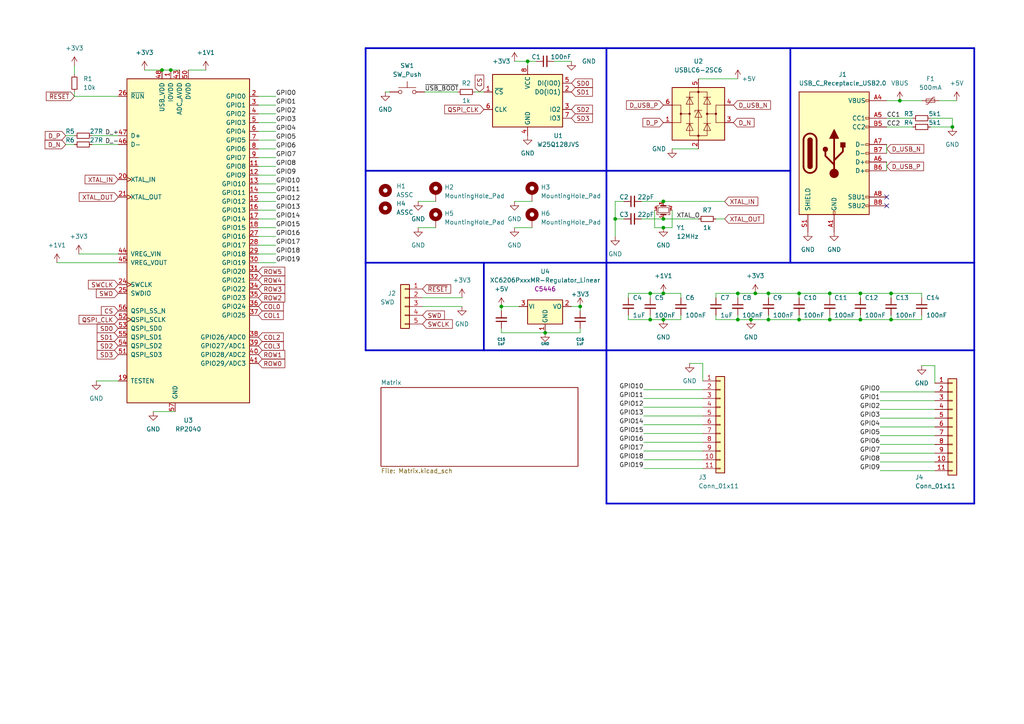
<source format=kicad_sch>
(kicad_sch (version 20210621) (generator eeschema)
  (paper "A4")
  (lib_symbols
    (symbol "Connector:USB_C_Receptacle_USB2.0" (pin_names (offset 1.016))
      (property "Reference" "J" (at -10.16 19.05 0))
      (property "Value" "USB_C_Receptacle_USB2.0" (at 19.05 19.05 0))
      (symbol "USB_C_Receptacle_USB2.0_1_1"
        (pin passive line (at 0 -22.86 90) (length 5.08) (name "GND") (number "A1"))
        (pin passive line (at 0 -22.86 90) (length 5.08) hide (name "GND") (number "A12"))
        (pin passive line (at 15.24 15.24 180) (length 5.08) (name "VBUS") (number "A4"))
        (pin bidirectional line (at 15.24 10.16 180) (length 5.08) (name "CC1") (number "A5"))
        (pin bidirectional line (at 15.24 -2.54 180) (length 5.08) (name "D+") (number "A6"))
        (pin bidirectional line (at 15.24 2.54 180) (length 5.08) (name "D-") (number "A7"))
        (pin bidirectional line (at 15.24 -12.7 180) (length 5.08) (name "SBU1") (number "A8"))
        (pin passive line (at 15.24 15.24 180) (length 5.08) hide (name "VBUS") (number "A9"))
        (pin passive line (at 0 -22.86 90) (length 5.08) hide (name "GND") (number "B1"))
        (pin passive line (at 0 -22.86 90) (length 5.08) hide (name "GND") (number "B12"))
        (pin passive line (at 15.24 15.24 180) (length 5.08) hide (name "VBUS") (number "B4"))
        (pin bidirectional line (at 15.24 7.62 180) (length 5.08) (name "CC2") (number "B5"))
        (pin bidirectional line (at 15.24 -5.08 180) (length 5.08) (name "D+") (number "B6"))
        (pin bidirectional line (at 15.24 0 180) (length 5.08) (name "D-") (number "B7"))
        (pin bidirectional line (at 15.24 -15.24 180) (length 5.08) (name "SBU2") (number "B8"))
        (pin passive line (at 15.24 15.24 180) (length 5.08) hide (name "VBUS") (number "B9"))
        (pin passive line (at -7.62 -22.86 90) (length 5.08) (name "SHIELD") (number "S1"))
      )
    )
    (symbol "Connector_Generic:Conn_01x05" (pin_names (offset 1.016) hide)
      (property "Reference" "J" (at 0 7.62 0))
      (property "Value" "Conn_01x05" (at 0 -7.62 0))
      (symbol "Conn_01x05_1_1"
        (pin passive line (at -5.08 5.08 0) (length 3.81) (name "Pin_1") (number "1"))
        (pin passive line (at -5.08 2.54 0) (length 3.81) (name "Pin_2") (number "2"))
        (pin passive line (at -5.08 0 0) (length 3.81) (name "Pin_3") (number "3"))
        (pin passive line (at -5.08 -2.54 0) (length 3.81) (name "Pin_4") (number "4"))
        (pin passive line (at -5.08 -5.08 0) (length 3.81) (name "Pin_5") (number "5"))
      )
    )
    (symbol "Connector_Generic:Conn_01x11" (pin_names (offset 1.016) hide)
      (property "Reference" "J" (at 0 15.24 0))
      (property "Value" "Conn_01x11" (at 0 -15.24 0))
      (symbol "Conn_01x11_1_1"
        (pin passive line (at -5.08 12.7 0) (length 3.81) (name "Pin_1") (number "1"))
        (pin passive line (at -5.08 -10.16 0) (length 3.81) (name "Pin_10") (number "10"))
        (pin passive line (at -5.08 -12.7 0) (length 3.81) (name "Pin_11") (number "11"))
        (pin passive line (at -5.08 10.16 0) (length 3.81) (name "Pin_2") (number "2"))
        (pin passive line (at -5.08 7.62 0) (length 3.81) (name "Pin_3") (number "3"))
        (pin passive line (at -5.08 5.08 0) (length 3.81) (name "Pin_4") (number "4"))
        (pin passive line (at -5.08 2.54 0) (length 3.81) (name "Pin_5") (number "5"))
        (pin passive line (at -5.08 0 0) (length 3.81) (name "Pin_6") (number "6"))
        (pin passive line (at -5.08 -2.54 0) (length 3.81) (name "Pin_7") (number "7"))
        (pin passive line (at -5.08 -5.08 0) (length 3.81) (name "Pin_8") (number "8"))
        (pin passive line (at -5.08 -7.62 0) (length 3.81) (name "Pin_9") (number "9"))
      )
    )
    (symbol "Device:C_Small" (pin_numbers hide) (pin_names (offset 0.254) hide)
      (property "Reference" "C" (at 0.254 1.778 0))
      (property "Value" "C_Small" (at 0.254 -2.032 0))
      (symbol "C_Small_1_1"
        (pin passive line (at 0 2.54 270) (length 2.032) (name "~") (number "1"))
        (pin passive line (at 0 -2.54 90) (length 2.032) (name "~") (number "2"))
      )
    )
    (symbol "Device:Crystal_GND24_Small" (pin_names (offset 1.016) hide)
      (property "Reference" "Y" (at 1.27 4.445 0))
      (property "Value" "Crystal_GND24_Small" (at 1.27 2.54 0))
      (symbol "Crystal_GND24_Small_1_1"
        (pin passive line (at -2.54 0 0) (length 1.27) (name "1") (number "1"))
        (pin passive line (at 0 -2.54 90) (length 0.635) (name "2") (number "2"))
        (pin passive line (at 2.54 0 180) (length 1.27) (name "3") (number "3"))
        (pin passive line (at 0 2.54 270) (length 0.635) (name "4") (number "4"))
      )
    )
    (symbol "Device:Polyfuse_Small" (pin_numbers hide) (pin_names (offset 0))
      (property "Reference" "F" (at -1.905 0 90))
      (property "Value" "Polyfuse_Small" (at 1.905 0 90))
      (symbol "Polyfuse_Small_1_1"
        (pin passive line (at 0 2.54 270) (length 0.635) (name "~") (number "1"))
        (pin passive line (at 0 -2.54 90) (length 0.635) (name "~") (number "2"))
      )
    )
    (symbol "Device:R_Small" (pin_numbers hide) (pin_names (offset 0.254) hide)
      (property "Reference" "R" (at 0.762 0.508 0))
      (property "Value" "R_Small" (at 0.762 -1.016 0))
      (symbol "R_Small_1_1"
        (pin passive line (at 0 2.54 270) (length 0.762) (name "~") (number "1"))
        (pin passive line (at 0 -2.54 90) (length 0.762) (name "~") (number "2"))
      )
    )
    (symbol "Mechanical:MountingHole" (pin_names (offset 1.016))
      (property "Reference" "H" (at 0 5.08 0))
      (property "Value" "MountingHole" (at 0 3.175 0))
    )
    (symbol "Mechanical:MountingHole_Pad" (pin_numbers hide) (pin_names (offset 1.016) hide)
      (property "Reference" "H" (at 0 6.35 0))
      (property "Value" "MountingHole_Pad" (at 0 4.445 0))
      (symbol "MountingHole_Pad_1_1"
        (pin input line (at 0 -2.54 90) (length 2.54) (name "1") (number "1"))
      )
    )
    (symbol "Memory_Flash:W25Q128JVS"
      (property "Reference" "U" (at -8.89 8.89 0))
      (property "Value" "W25Q128JVS" (at 7.62 8.89 0))
      (symbol "W25Q128JVS_1_1"
        (pin input line (at -12.7 2.54 0) (length 2.54) (name "~{CS}") (number "1"))
        (pin bidirectional line (at 12.7 2.54 180) (length 2.54) (name "DO(IO1)") (number "2"))
        (pin bidirectional line (at 12.7 -2.54 180) (length 2.54) (name "IO2") (number "3"))
        (pin power_in line (at 0 -10.16 90) (length 2.54) (name "GND") (number "4"))
        (pin bidirectional line (at 12.7 5.08 180) (length 2.54) (name "DI(IO0)") (number "5"))
        (pin input line (at -12.7 -2.54 0) (length 2.54) (name "CLK") (number "6"))
        (pin bidirectional line (at 12.7 -5.08 180) (length 2.54) (name "IO3") (number "7"))
        (pin power_in line (at 0 10.16 270) (length 2.54) (name "VCC") (number "8"))
      )
    )
    (symbol "Power_Protection:USBLC6-2SC6" (pin_names hide)
      (property "Reference" "U" (at 2.54 8.89 0))
      (property "Value" "USBLC6-2SC6" (at 2.54 -8.89 0))
      (symbol "USBLC6-2SC6_1_1"
        (pin passive line (at -10.16 -2.54 0) (length 2.54) (name "I/O1") (number "1"))
        (pin passive line (at 0 -10.16 90) (length 2.54) (name "GND") (number "2"))
        (pin passive line (at 10.16 -2.54 180) (length 2.54) (name "I/O2") (number "3"))
        (pin passive line (at 10.16 2.54 180) (length 2.54) (name "I/O2") (number "4"))
        (pin passive line (at 0 10.16 270) (length 2.54) (name "VBUS") (number "5"))
        (pin passive line (at -10.16 2.54 0) (length 2.54) (name "I/O1") (number "6"))
      )
    )
    (symbol "Sleep-lib:RP2040" (pin_names (offset 1.016))
      (property "Reference" "U" (at 8.89 51.435 0))
      (property "Value" "RP2040" (at 8.89 48.895 0))
      (symbol "RP2040_1_1"
        (pin power_in line (at -5.08 50.8 270) (length 2.54) (name "IOVDD") (number "1"))
        (pin power_in line (at -5.08 50.8 270) (length 2.54) hide (name "IOVDD") (number "10"))
        (pin input line (at 20.32 22.86 180) (length 2.54) (name "GPIO8") (number "11"))
        (pin input line (at 20.32 20.32 180) (length 2.54) (name "GPIO9") (number "12"))
        (pin input line (at 20.32 17.78 180) (length 2.54) (name "GPIO10") (number "13"))
        (pin input line (at 20.32 15.24 180) (length 2.54) (name "GPIO11") (number "14"))
        (pin input line (at 20.32 12.7 180) (length 2.54) (name "GPIO12") (number "15"))
        (pin input line (at 20.32 10.16 180) (length 2.54) (name "GPIO13") (number "16"))
        (pin input line (at 20.32 7.62 180) (length 2.54) (name "GPIO14") (number "17"))
        (pin input line (at 20.32 5.08 180) (length 2.54) (name "GPIO15") (number "18"))
        (pin input line (at -20.32 -39.37 0) (length 2.54) (name "TESTEN") (number "19"))
        (pin input line (at 20.32 43.18 180) (length 2.54) (name "GPIO0") (number "2"))
        (pin input clock (at -20.32 19.05 0) (length 2.54) (name "XTAL_IN") (number "20"))
        (pin input clock (at -20.32 13.97 0) (length 2.54) (name "XTAL_OUT") (number "21"))
        (pin power_in line (at -5.08 50.8 270) (length 2.54) hide (name "IOVDD") (number "22"))
        (pin power_in line (at 0 50.8 270) (length 2.54) hide (name "DVDD") (number "23"))
        (pin input clock (at -20.32 -11.43 0) (length 2.54) (name "SWCLK") (number "24"))
        (pin bidirectional line (at -20.32 -13.97 0) (length 2.54) (name "SWDIO") (number "25"))
        (pin input line (at -20.32 43.18 0) (length 2.54) (name "~{RUN}") (number "26"))
        (pin input line (at 20.32 2.54 180) (length 2.54) (name "GPIO16") (number "27"))
        (pin input line (at 20.32 0 180) (length 2.54) (name "GPIO17") (number "28"))
        (pin input line (at 20.32 -2.54 180) (length 2.54) (name "GPIO18") (number "29"))
        (pin input line (at 20.32 40.64 180) (length 2.54) (name "GPIO1") (number "3"))
        (pin input line (at 20.32 -5.08 180) (length 2.54) (name "GPIO19") (number "30"))
        (pin input line (at 20.32 -7.62 180) (length 2.54) (name "GPIO20") (number "31"))
        (pin input line (at 20.32 -10.16 180) (length 2.54) (name "GPIO21") (number "32"))
        (pin power_in line (at -5.08 50.8 270) (length 2.54) hide (name "IOVDD") (number "33"))
        (pin input line (at 20.32 -12.7 180) (length 2.54) (name "GPIO22") (number "34"))
        (pin input line (at 20.32 -15.24 180) (length 2.54) (name "GPIO23") (number "35"))
        (pin input line (at 20.32 -17.78 180) (length 2.54) (name "GPIO24") (number "36"))
        (pin input line (at 20.32 -20.32 180) (length 2.54) (name "GPIO25") (number "37"))
        (pin input line (at 20.32 -26.67 180) (length 2.54) (name "GPIO26/ADC0") (number "38"))
        (pin input line (at 20.32 -29.21 180) (length 2.54) (name "GPIO27/ADC1") (number "39"))
        (pin input line (at 20.32 38.1 180) (length 2.54) (name "GPIO2") (number "4"))
        (pin input line (at 20.32 -31.75 180) (length 2.54) (name "GPIO28/ADC2") (number "40"))
        (pin input line (at 20.32 -34.29 180) (length 2.54) (name "GPIO29/ADC3") (number "41"))
        (pin power_in line (at -5.08 50.8 270) (length 2.54) hide (name "IOVDD") (number "42"))
        (pin power_in line (at -2.54 50.8 270) (length 2.54) (name "ADC_AVDD") (number "43"))
        (pin power_in line (at -20.32 -2.54 0) (length 2.54) (name "VREG_VIN") (number "44"))
        (pin power_out line (at -20.32 -5.08 0) (length 2.54) (name "VREG_VOUT") (number "45"))
        (pin bidirectional line (at -20.32 29.21 0) (length 2.54) (name "D-") (number "46"))
        (pin bidirectional line (at -20.32 31.75 0) (length 2.54) (name "D+") (number "47"))
        (pin power_in line (at -7.62 50.8 270) (length 2.54) (name "USB_VDD") (number "48"))
        (pin power_in line (at -5.08 50.8 270) (length 2.54) hide (name "IOVDD") (number "49"))
        (pin input line (at 20.32 35.56 180) (length 2.54) (name "GPIO3") (number "5"))
        (pin power_in line (at 0 50.8 270) (length 2.54) (name "DVDD") (number "50"))
        (pin bidirectional line (at -20.32 -31.75 0) (length 2.54) (name "QSPI_SD3") (number "51"))
        (pin input clock (at -20.32 -21.59 0) (length 2.54) (name "QSPI_SCLK") (number "52"))
        (pin bidirectional line (at -20.32 -24.13 0) (length 2.54) (name "QSPI_SD0") (number "53"))
        (pin bidirectional line (at -20.32 -29.21 0) (length 2.54) (name "QSPI_SD2") (number "54"))
        (pin bidirectional line (at -20.32 -26.67 0) (length 2.54) (name "QSPI_SD1") (number "55"))
        (pin bidirectional line (at -20.32 -19.05 0) (length 2.54) (name "QSPI_SS_N") (number "56"))
        (pin power_in line (at -3.81 -48.26 90) (length 2.54) (name "GND") (number "57"))
        (pin input line (at 20.32 33.02 180) (length 2.54) (name "GPIO4") (number "6"))
        (pin input line (at 20.32 30.48 180) (length 2.54) (name "GPIO5") (number "7"))
        (pin input line (at 20.32 27.94 180) (length 2.54) (name "GPIO6") (number "8"))
        (pin input line (at 20.32 25.4 180) (length 2.54) (name "GPIO7") (number "9"))
      )
    )
    (symbol "Switch:SW_Push" (pin_numbers hide) (pin_names (offset 1.016) hide)
      (property "Reference" "SW" (at 1.27 2.54 0))
      (property "Value" "SW_Push" (at 0 -1.524 0))
      (symbol "SW_Push_0_1"
        (pin passive line (at -5.08 0 0) (length 2.54) (name "1") (number "1"))
        (pin passive line (at 5.08 0 180) (length 2.54) (name "2") (number "2"))
      )
    )
    (symbol "kicad-keyboard-parts:XC6206PxxxMR-Regulator_Linear" (pin_names (offset 0.254))
      (property "Reference" "U" (at -3.81 3.175 0))
      (property "Value" "XC6206PxxxMR-Regulator_Linear" (at 0 3.175 0))
      (property "LCSC" "C5446" (at 0 0 0))
      (symbol "XC6206PxxxMR-Regulator_Linear_1_1"
        (pin power_in line (at 0 -7.62 90) (length 2.54) (name "GND") (number "1"))
        (pin power_out line (at 7.62 0 180) (length 2.54) (name "VO") (number "2"))
        (pin power_in line (at -7.62 0 0) (length 2.54) (name "VI") (number "3"))
      )
    )
    (symbol "power:+1V1" (power) (pin_names (offset 0))
      (property "Value" "+1V1" (at 0 3.556 0))
      (symbol "+1V1_1_1"
        (pin power_in line (at 0 0 90) (length 0) hide (name "+1V1") (number "1"))
      )
    )
    (symbol "power:+3.3V" (power) (pin_names (offset 0))
      (property "Value" "+3.3V" (at 0 3.556 0))
      (symbol "+3.3V_1_1"
        (pin power_in line (at 0 0 90) (length 0) hide (name "+3V3") (number "1"))
      )
    )
    (symbol "power:+3V3" (power) (pin_names (offset 0))
      (property "Value" "+3V3" (at 0 3.556 0))
      (symbol "+3V3_1_1"
        (pin power_in line (at 0 0 90) (length 0) hide (name "+3V3") (number "1"))
      )
    )
    (symbol "power:+5V" (power) (pin_names (offset 0))
      (property "Value" "+5V" (at 0 3.556 0))
      (symbol "+5V_1_1"
        (pin power_in line (at 0 0 90) (length 0) hide (name "+5V") (number "1"))
      )
    )
    (symbol "power:GND" (power) (pin_names (offset 0))
      (property "Value" "GND" (at 0 -3.81 0))
      (symbol "GND_1_1"
        (pin power_in line (at 0 0 270) (length 0) hide (name "GND") (number "1"))
      )
    )
    (symbol "power:VBUS" (power) (pin_names (offset 0))
      (property "Value" "VBUS" (at 0 3.81 0))
      (symbol "VBUS_1_1"
        (pin power_in line (at 0 0 90) (length 0) hide (name "VBUS") (number "1"))
      )
    )
  )
  (junction (at 249.555 85.09))
  (junction (at 145.415 88.9) (diameter 0.9144))
  (junction (at 213.995 92.71))
  (junction (at 213.995 85.09))
  (junction (at 192.405 63.5))
  (junction (at 192.405 58.42))
  (junction (at 231.775 85.09))
  (junction (at 192.405 92.71))
  (junction (at 276.225 36.83))
  (junction (at 260.985 29.21))
  (junction (at 158.115 96.52) (diameter 0.9144))
  (junction (at 153.035 17.78))
  (junction (at 192.405 85.09))
  (junction (at 188.595 92.71))
  (junction (at 258.445 85.09))
  (junction (at 231.775 92.71))
  (junction (at 192.405 66.04))
  (junction (at 217.805 92.71))
  (junction (at 178.435 63.5))
  (junction (at 240.665 92.71))
  (junction (at 240.665 85.09))
  (junction (at 188.595 85.09))
  (junction (at 49.53 20.32))
  (junction (at 249.555 92.71))
  (junction (at 222.885 85.09))
  (junction (at 168.275 88.9) (diameter 0.9144))
  (junction (at 258.445 92.71))
  (junction (at 222.885 92.71))
  (junction (at 219.075 85.09))
  (junction (at 46.99 20.32))
  (no_connect (at 257.175 59.69))
  (no_connect (at 257.175 57.15))
  (wire (pts (xy 231.775 85.09) (xy 231.775 86.36)))
  (wire (pts (xy 222.885 85.09) (xy 231.775 85.09)))
  (wire (pts (xy 19.05 41.91) (xy 21.59 41.91)))
  (polyline (pts (xy 175.895 13.97) (xy 229.235 13.97)) (stroke (width 0.5) (type solid)))
  (wire (pts (xy 255.27 118.745) (xy 271.145 118.745)))
  (wire (pts (xy 74.93 76.2) (xy 80.01 76.2)))
  (wire (pts (xy 186.055 63.5) (xy 192.405 63.5)))
  (wire (pts (xy 192.405 63.5) (xy 202.565 63.5)))
  (wire (pts (xy 207.645 63.5) (xy 210.185 63.5)))
  (wire (pts (xy 207.645 91.44) (xy 207.645 92.71)))
  (wire (pts (xy 231.775 85.09) (xy 240.665 85.09)))
  (wire (pts (xy 258.445 85.09) (xy 258.445 86.36)))
  (wire (pts (xy 249.555 85.09) (xy 258.445 85.09)))
  (wire (pts (xy 240.665 85.09) (xy 249.555 85.09)))
  (wire (pts (xy 74.93 45.72) (xy 80.01 45.72)))
  (wire (pts (xy 178.435 63.5) (xy 178.435 68.58)))
  (wire (pts (xy 255.27 136.525) (xy 271.145 136.525)))
  (wire (pts (xy 255.27 123.825) (xy 271.145 123.825)))
  (wire (pts (xy 272.415 29.21) (xy 277.495 29.21)))
  (wire (pts (xy 186.69 115.57) (xy 203.835 115.57)))
  (wire (pts (xy 21.59 26.67) (xy 21.59 27.94)))
  (wire (pts (xy 145.415 88.9) (xy 150.495 88.9)))
  (wire (pts (xy 26.67 39.37) (xy 34.29 39.37)))
  (wire (pts (xy 186.69 113.03) (xy 203.835 113.03)))
  (wire (pts (xy 255.27 126.365) (xy 271.145 126.365)))
  (wire (pts (xy 257.175 34.29) (xy 264.795 34.29)))
  (wire (pts (xy 145.415 95.25) (xy 145.415 96.52)))
  (wire (pts (xy 200.025 105.41) (xy 203.835 105.41)))
  (polyline (pts (xy 282.575 146.05) (xy 282.575 101.6)) (stroke (width 0.5) (type solid)))
  (wire (pts (xy 186.69 130.81) (xy 203.835 130.81)))
  (wire (pts (xy 189.865 60.96) (xy 189.865 66.04)))
  (wire (pts (xy 189.865 66.04) (xy 192.405 66.04)))
  (wire (pts (xy 133.985 88.9) (xy 122.555 88.9)))
  (wire (pts (xy 54.61 20.32) (xy 59.69 20.32)))
  (wire (pts (xy 188.595 91.44) (xy 188.595 92.71)))
  (wire (pts (xy 121.285 66.04) (xy 126.365 66.04)))
  (wire (pts (xy 19.05 39.37) (xy 21.59 39.37)))
  (wire (pts (xy 122.555 86.36) (xy 133.985 86.36)))
  (polyline (pts (xy 282.575 101.6) (xy 282.575 76.2)) (stroke (width 0.5) (type solid)))
  (wire (pts (xy 46.99 20.32) (xy 49.53 20.32)))
  (wire (pts (xy 41.91 20.32) (xy 46.99 20.32)))
  (wire (pts (xy 49.53 20.32) (xy 52.07 20.32)))
  (wire (pts (xy 194.945 60.96) (xy 194.945 66.04)))
  (wire (pts (xy 194.945 66.04) (xy 192.405 66.04)))
  (wire (pts (xy 186.69 135.89) (xy 203.835 135.89)))
  (polyline (pts (xy 175.895 49.53) (xy 229.235 49.53)) (stroke (width 0.5) (type solid)))
  (wire (pts (xy 74.93 60.96) (xy 80.01 60.96)))
  (wire (pts (xy 180.975 58.42) (xy 178.435 58.42)))
  (wire (pts (xy 178.435 58.42) (xy 178.435 63.5)))
  (wire (pts (xy 178.435 63.5) (xy 180.975 63.5)))
  (wire (pts (xy 269.875 34.29) (xy 276.225 34.29)))
  (wire (pts (xy 276.225 34.29) (xy 276.225 36.83)))
  (wire (pts (xy 74.93 33.02) (xy 80.01 33.02)))
  (wire (pts (xy 207.645 85.09) (xy 207.645 86.36)))
  (wire (pts (xy 44.45 119.38) (xy 50.8 119.38)))
  (wire (pts (xy 186.69 123.19) (xy 203.835 123.19)))
  (wire (pts (xy 22.86 73.66) (xy 34.29 73.66)))
  (wire (pts (xy 74.93 38.1) (xy 80.01 38.1)))
  (wire (pts (xy 158.115 96.52) (xy 145.415 96.52)))
  (wire (pts (xy 74.93 68.58) (xy 80.01 68.58)))
  (wire (pts (xy 27.94 110.49) (xy 34.29 110.49)))
  (wire (pts (xy 222.885 92.71) (xy 231.775 92.71)))
  (wire (pts (xy 231.775 92.71) (xy 231.775 91.44)))
  (wire (pts (xy 149.225 17.78) (xy 153.035 17.78)))
  (wire (pts (xy 255.27 121.285) (xy 271.145 121.285)))
  (wire (pts (xy 160.655 17.78) (xy 165.735 17.78)))
  (wire (pts (xy 186.69 128.27) (xy 203.835 128.27)))
  (wire (pts (xy 203.835 110.49) (xy 203.835 105.41)))
  (polyline (pts (xy 175.895 146.05) (xy 175.895 101.6)) (stroke (width 0.5) (type solid)))
  (wire (pts (xy 149.225 58.42) (xy 154.305 58.42)))
  (wire (pts (xy 240.665 85.09) (xy 240.665 86.36)))
  (wire (pts (xy 74.93 73.66) (xy 80.01 73.66)))
  (wire (pts (xy 111.76 26.67) (xy 113.03 26.67)))
  (wire (pts (xy 240.665 91.44) (xy 240.665 92.71)))
  (polyline (pts (xy 175.895 146.05) (xy 282.575 146.05)) (stroke (width 0.5) (type solid)))
  (polyline (pts (xy 140.335 101.6) (xy 140.335 76.2)) (stroke (width 0.5) (type solid)))
  (wire (pts (xy 213.995 91.44) (xy 213.995 92.71)))
  (polyline (pts (xy 175.895 101.6) (xy 175.895 76.2)) (stroke (width 0.5) (type solid)))
  (wire (pts (xy 74.93 58.42) (xy 80.01 58.42)))
  (wire (pts (xy 197.485 92.71) (xy 197.485 91.44)))
  (wire (pts (xy 192.405 92.71) (xy 197.485 92.71)))
  (wire (pts (xy 258.445 85.09) (xy 267.335 85.09)))
  (wire (pts (xy 267.335 85.09) (xy 267.335 86.36)))
  (wire (pts (xy 255.27 116.205) (xy 271.145 116.205)))
  (polyline (pts (xy 106.045 76.2) (xy 106.045 13.97)) (stroke (width 0.5) (type solid)))
  (wire (pts (xy 74.93 27.94) (xy 80.01 27.94)))
  (wire (pts (xy 267.335 106.045) (xy 271.145 106.045)))
  (wire (pts (xy 74.93 35.56) (xy 80.01 35.56)))
  (polyline (pts (xy 106.045 101.6) (xy 175.895 101.6)) (stroke (width 0.5) (type solid)))
  (wire (pts (xy 168.275 88.9) (xy 168.275 90.17)))
  (wire (pts (xy 213.995 85.09) (xy 207.645 85.09)))
  (wire (pts (xy 213.995 85.09) (xy 213.995 86.36)))
  (wire (pts (xy 207.645 92.71) (xy 213.995 92.71)))
  (polyline (pts (xy 106.045 101.6) (xy 106.045 76.2)) (stroke (width 0.5) (type solid)))
  (wire (pts (xy 222.885 92.71) (xy 222.885 91.44)))
  (wire (pts (xy 255.27 133.985) (xy 271.145 133.985)))
  (wire (pts (xy 249.555 85.09) (xy 249.555 86.36)))
  (wire (pts (xy 222.885 85.09) (xy 222.885 86.36)))
  (polyline (pts (xy 106.045 49.53) (xy 175.895 49.53)) (stroke (width 0.5) (type solid)))
  (wire (pts (xy 121.285 58.42) (xy 126.365 58.42)))
  (wire (pts (xy 153.035 17.78) (xy 153.035 19.05)))
  (wire (pts (xy 231.775 92.71) (xy 240.665 92.71)))
  (wire (pts (xy 258.445 92.71) (xy 258.445 91.44)))
  (wire (pts (xy 249.555 92.71) (xy 258.445 92.71)))
  (wire (pts (xy 240.665 92.71) (xy 249.555 92.71)))
  (wire (pts (xy 74.93 43.18) (xy 80.01 43.18)))
  (wire (pts (xy 255.27 131.445) (xy 271.145 131.445)))
  (wire (pts (xy 257.175 41.91) (xy 257.175 44.45)))
  (wire (pts (xy 192.405 85.09) (xy 197.485 85.09)))
  (wire (pts (xy 197.485 85.09) (xy 197.485 86.36)))
  (wire (pts (xy 249.555 91.44) (xy 249.555 92.71)))
  (polyline (pts (xy 175.895 76.2) (xy 229.235 76.2)) (stroke (width 0.5) (type solid)))
  (wire (pts (xy 182.245 92.71) (xy 188.595 92.71)))
  (wire (pts (xy 182.245 91.44) (xy 182.245 92.71)))
  (wire (pts (xy 188.595 85.09) (xy 188.595 86.36)))
  (wire (pts (xy 34.29 76.2) (xy 16.51 76.2)))
  (wire (pts (xy 74.93 71.12) (xy 80.01 71.12)))
  (wire (pts (xy 168.275 95.25) (xy 168.275 96.52)))
  (wire (pts (xy 158.115 96.52) (xy 168.275 96.52)))
  (wire (pts (xy 255.27 128.905) (xy 271.145 128.905)))
  (wire (pts (xy 74.93 63.5) (xy 80.01 63.5)))
  (wire (pts (xy 194.945 43.18) (xy 202.565 43.18)))
  (wire (pts (xy 257.175 46.99) (xy 257.175 49.53)))
  (wire (pts (xy 213.995 92.71) (xy 217.805 92.71)))
  (polyline (pts (xy 106.045 76.2) (xy 175.895 76.2)) (stroke (width 0.5) (type solid)))
  (wire (pts (xy 74.93 40.64) (xy 80.01 40.64)))
  (wire (pts (xy 258.445 92.71) (xy 267.335 92.71)))
  (wire (pts (xy 267.335 92.71) (xy 267.335 91.44)))
  (wire (pts (xy 186.69 118.11) (xy 203.835 118.11)))
  (wire (pts (xy 257.175 29.21) (xy 260.985 29.21)))
  (wire (pts (xy 260.985 29.21) (xy 267.335 29.21)))
  (wire (pts (xy 74.93 66.04) (xy 80.01 66.04)))
  (polyline (pts (xy 229.235 13.97) (xy 229.235 76.2)) (stroke (width 0.5) (type solid)))
  (polyline (pts (xy 229.235 76.2) (xy 282.575 76.2)) (stroke (width 0.5) (type solid)))
  (polyline (pts (xy 229.235 13.97) (xy 282.575 13.97)) (stroke (width 0.5) (type solid)))
  (polyline (pts (xy 282.575 76.2) (xy 282.575 13.97)) (stroke (width 0.5) (type solid)))
  (wire (pts (xy 21.59 27.94) (xy 34.29 27.94)))
  (wire (pts (xy 123.19 26.67) (xy 132.715 26.67)))
  (wire (pts (xy 137.795 26.67) (xy 140.335 26.67)))
  (wire (pts (xy 257.175 36.83) (xy 264.795 36.83)))
  (polyline (pts (xy 175.895 76.2) (xy 175.895 13.97)) (stroke (width 0.5) (type solid)))
  (polyline (pts (xy 175.895 101.6) (xy 282.575 101.6)) (stroke (width 0.5) (type solid)))
  (wire (pts (xy 153.035 17.78) (xy 155.575 17.78)))
  (polyline (pts (xy 106.045 13.97) (xy 175.895 13.97)) (stroke (width 0.5) (type solid)))
  (wire (pts (xy 269.875 36.83) (xy 276.225 36.83)))
  (wire (pts (xy 149.225 66.04) (xy 154.305 66.04)))
  (wire (pts (xy 145.415 88.9) (xy 145.415 90.17)))
  (wire (pts (xy 165.735 88.9) (xy 168.275 88.9)))
  (wire (pts (xy 271.145 111.125) (xy 271.145 106.045)))
  (wire (pts (xy 186.055 58.42) (xy 192.405 58.42)))
  (wire (pts (xy 186.69 120.65) (xy 203.835 120.65)))
  (wire (pts (xy 74.93 53.34) (xy 80.01 53.34)))
  (wire (pts (xy 188.595 92.71) (xy 192.405 92.71)))
  (wire (pts (xy 192.405 85.09) (xy 188.595 85.09)))
  (wire (pts (xy 188.595 85.09) (xy 182.245 85.09)))
  (wire (pts (xy 182.245 85.09) (xy 182.245 86.36)))
  (wire (pts (xy 74.93 30.48) (xy 80.01 30.48)))
  (wire (pts (xy 186.69 133.35) (xy 203.835 133.35)))
  (wire (pts (xy 255.27 113.665) (xy 271.145 113.665)))
  (wire (pts (xy 186.69 125.73) (xy 203.835 125.73)))
  (wire (pts (xy 74.93 55.88) (xy 80.01 55.88)))
  (wire (pts (xy 213.995 85.09) (xy 219.075 85.09)))
  (wire (pts (xy 219.075 85.09) (xy 222.885 85.09)))
  (wire (pts (xy 74.93 50.8) (xy 80.01 50.8)))
  (wire (pts (xy 217.805 92.71) (xy 222.885 92.71)))
  (wire (pts (xy 26.67 41.91) (xy 34.29 41.91)))
  (wire (pts (xy 192.405 58.42) (xy 210.185 58.42)))
  (wire (pts (xy 202.565 22.86) (xy 213.995 22.86)))
  (wire (pts (xy 74.93 48.26) (xy 80.01 48.26)))
  (wire (pts (xy 21.59 19.05) (xy 21.59 21.59)))
  (label "GPIO18" (at 80.01 73.66 0))
  (label "GPIO5" (at 80.01 40.64 0))
  (label "GPIO12" (at 186.69 118.11 180))
  (label "CC1" (at 257.175 34.29 0))
  (label "GPIO2" (at 255.27 118.745 180))
  (label "GPIO8" (at 80.01 48.26 0))
  (label "GPIO19" (at 186.69 135.89 180))
  (label "GPIO5" (at 255.27 126.365 180))
  (label "GPIO7" (at 255.27 131.445 180))
  (label "GPIO13" (at 186.69 120.65 180))
  (label "GPIO12" (at 80.01 58.42 0))
  (label "GPIO4" (at 80.01 38.1 0))
  (label "GPIO11" (at 80.01 55.88 0))
  (label "GPIO2" (at 80.01 33.02 0))
  (label "GPIO9" (at 80.01 50.8 0))
  (label "GPIO8" (at 255.27 133.985 180))
  (label "GPIO17" (at 80.01 71.12 0))
  (label "GPIO18" (at 186.69 133.35 180))
  (label "GPIO6" (at 255.27 128.905 180))
  (label "XTAL_O" (at 196.215 63.5 0))
  (label "GPIO3" (at 80.01 35.56 0))
  (label "GPIO13" (at 80.01 60.96 0))
  (label "GPIO15" (at 80.01 66.04 0))
  (label "GPIO1" (at 255.27 116.205 180))
  (label "D_-" (at 30.48 41.91 0))
  (label "GPIO7" (at 80.01 45.72 0))
  (label "CC2" (at 257.175 36.83 0))
  (label "D_+" (at 30.48 39.37 0))
  (label "GPIO4" (at 255.27 123.825 180))
  (label "~{USB_BOOT}" (at 123.19 26.67 0))
  (label "GPIO0" (at 255.27 113.665 180))
  (label "GPIO15" (at 186.69 125.73 180))
  (label "GPIO6" (at 80.01 43.18 0))
  (label "GPIO14" (at 186.69 123.19 180))
  (label "GPIO19" (at 80.01 76.2 0))
  (label "GPIO16" (at 80.01 68.58 0))
  (label "GPIO16" (at 186.69 128.27 180))
  (label "GPIO9" (at 255.27 136.525 180))
  (label "GPIO3" (at 255.27 121.285 180))
  (label "GPIO10" (at 186.69 113.03 180))
  (label "GPIO11" (at 186.69 115.57 180))
  (label "GPIO0" (at 80.01 27.94 0))
  (label "GPIO17" (at 186.69 130.81 180))
  (label "GPIO14" (at 80.01 63.5 0))
  (label "GPIO1" (at 80.01 30.48 0))
  (label "GPIO10" (at 80.01 53.34 0))
  (global_label "SWCLK" (shape input) (at 34.29 82.55 180) (property "Intersheet References" "${INTERSHEET_REFS}" (effects hide)))
  (global_label "ROW4" (shape input) (at 74.93 81.28 0) (property "Intersheet References" "${INTERSHEET_REFS}" (effects hide)))
  (global_label "QSPI_CLK" (shape input) (at 140.335 31.75 180) (property "Intersheet References" "${INTERSHEET_REFS}" (effects hide)))
  (global_label "SD0" (shape input) (at 34.29 95.25 180) (property "Intersheet References" "${INTERSHEET_REFS}" (effects hide)))
  (global_label "XTAL_IN" (shape input) (at 34.29 52.07 180) (property "Intersheet References" "${INTERSHEET_REFS}" (effects hide)))
  (global_label "ROW2" (shape input) (at 74.93 86.36 0) (property "Intersheet References" "${INTERSHEET_REFS}" (effects hide)))
  (global_label "D_P" (shape input) (at 19.05 39.37 180) (property "Intersheet References" "${INTERSHEET_REFS}" (effects hide)))
  (global_label "SWCLK" (shape input) (at 122.555 93.98 0) (property "Intersheet References" "${INTERSHEET_REFS}" (effects hide)))
  (global_label "D_N" (shape input) (at 19.05 41.91 180) (property "Intersheet References" "${INTERSHEET_REFS}" (effects hide)))
  (global_label "D_USB_N" (shape input) (at 212.725 30.48 0) (property "Intersheet References" "${INTERSHEET_REFS}" (effects hide)))
  (global_label "XTAL_IN" (shape input) (at 210.185 58.42 0) (property "Intersheet References" "${INTERSHEET_REFS}" (effects hide)))
  (global_label "XTAL_OUT" (shape input) (at 34.29 57.15 180) (property "Intersheet References" "${INTERSHEET_REFS}" (effects hide)))
  (global_label "D_USB_P" (shape input) (at 257.175 48.26 0) (property "Intersheet References" "${INTERSHEET_REFS}" (effects hide)))
  (global_label "SD1" (shape input) (at 34.29 97.79 180) (property "Intersheet References" "${INTERSHEET_REFS}" (effects hide)))
  (global_label "XTAL_OUT" (shape input) (at 210.185 63.5 0) (property "Intersheet References" "${INTERSHEET_REFS}" (effects hide)))
  (global_label "ROW3" (shape input) (at 74.93 83.82 0) (property "Intersheet References" "${INTERSHEET_REFS}" (effects hide)))
  (global_label "CS" (shape input) (at 139.065 26.67 90) (property "Intersheet References" "${INTERSHEET_REFS}" (effects hide)))
  (global_label "D_N" (shape input) (at 212.725 35.56 0) (property "Intersheet References" "${INTERSHEET_REFS}" (effects hide)))
  (global_label "D_P" (shape input) (at 192.405 35.56 180) (property "Intersheet References" "${INTERSHEET_REFS}" (effects hide)))
  (global_label "CS" (shape input) (at 34.29 90.17 180) (property "Intersheet References" "${INTERSHEET_REFS}" (effects hide)))
  (global_label "COL3" (shape input) (at 74.93 100.33 0) (property "Intersheet References" "${INTERSHEET_REFS}" (effects hide)))
  (global_label "COL0" (shape input) (at 74.93 88.9 0) (property "Intersheet References" "${INTERSHEET_REFS}" (effects hide)))
  (global_label "ROW1" (shape input) (at 74.93 102.87 0) (property "Intersheet References" "${INTERSHEET_REFS}" (effects hide)))
  (global_label "SWD" (shape input) (at 34.29 85.09 180) (property "Intersheet References" "${INTERSHEET_REFS}" (effects hide)))
  (global_label "SD1" (shape input) (at 165.735 26.67 0) (property "Intersheet References" "${INTERSHEET_REFS}" (effects hide)))
  (global_label "ROW0" (shape input) (at 74.93 105.41 0) (property "Intersheet References" "${INTERSHEET_REFS}" (effects hide)))
  (global_label "SD3" (shape input) (at 34.29 102.87 180) (property "Intersheet References" "${INTERSHEET_REFS}" (effects hide)))
  (global_label "COL2" (shape input) (at 74.93 97.79 0) (property "Intersheet References" "${INTERSHEET_REFS}" (effects hide)))
  (global_label "~{RESET}" (shape input) (at 122.555 83.82 0) (property "Intersheet References" "${INTERSHEET_REFS}" (effects hide)))
  (global_label "D_USB_P" (shape input) (at 192.405 30.48 180) (property "Intersheet References" "${INTERSHEET_REFS}" (effects hide)))
  (global_label "COL1" (shape input) (at 74.93 91.44 0) (property "Intersheet References" "${INTERSHEET_REFS}" (effects hide)))
  (global_label "D_USB_N" (shape input) (at 257.175 43.18 0) (property "Intersheet References" "${INTERSHEET_REFS}" (effects hide)))
  (global_label "ROW5" (shape input) (at 74.93 78.74 0) (property "Intersheet References" "${INTERSHEET_REFS}" (effects hide)))
  (global_label "QSPI_CLK" (shape input) (at 34.29 92.71 180) (property "Intersheet References" "${INTERSHEET_REFS}" (effects hide)))
  (global_label "SD2" (shape input) (at 34.29 100.33 180) (property "Intersheet References" "${INTERSHEET_REFS}" (effects hide)))
  (global_label "SD2" (shape input) (at 165.735 31.75 0) (property "Intersheet References" "${INTERSHEET_REFS}" (effects hide)))
  (global_label "SD3" (shape input) (at 165.735 34.29 0) (property "Intersheet References" "${INTERSHEET_REFS}" (effects hide)))
  (global_label "SWD" (shape input) (at 122.555 91.44 0) (property "Intersheet References" "${INTERSHEET_REFS}" (effects hide)))
  (global_label "SD0" (shape input) (at 165.735 24.13 0) (property "Intersheet References" "${INTERSHEET_REFS}" (effects hide)))
  (global_label "~{RESET}" (shape input) (at 21.59 27.94 180) (property "Intersheet References" "${INTERSHEET_REFS}" (effects hide)))
  (symbol (lib_id "Device:R_Small") (at 267.335 36.83 90) (unit 1)
    (property "Reference" "R4" (at 263.525 35.56 90))
    (property "Value" "5k1" (at 271.145 35.56 90))
    (property "Footprint" "Resistor_SMD:R_0402_1005Metric" (effects hide))
    (property "LCSC" "C25905" (effects hide))
  )
  (symbol (lib_id "power:VBUS") (at 260.985 29.21 0) (unit 1)
    (property "Reference" "#PWR08" (effects hide))
    (property "Value" "VBUS" (at 260.985 24.13 0))
  )
  (symbol (lib_id "Device:C_Small") (at 240.665 88.9 0) (unit 1)
    (property "Reference" "C11" (at 241.935 86.3599 0) (effects (justify left)))
    (property "Value" "100nF" (at 241.935 91.4399 0) (effects (justify left)))
    (property "Footprint" "Capacitor_SMD:C_0402_1005Metric" (effects hide))
    (property "LCSC" "C1525" (effects hide))
  )
  (symbol (lib_id "power:GND") (at 234.315 67.31 0) (unit 1)
    (property "Reference" "#PWR018" (effects hide))
    (property "Value" "GND" (at 234.315 72.39 0))
  )
  (symbol (lib_id "power:+3V3") (at 149.225 17.78 0) (unit 1)
    (property "Reference" "#PWR01" (effects hide))
    (property "Value" "+3V3" (at 145.415 17.78 0))
  )
  (symbol (lib_id "Sleep-lib:RP2040") (at 54.61 71.12 0) (unit 1)
    (property "Reference" "U3" (at 54.61 121.92 0))
    (property "Value" "RP2040" (at 54.61 124.46 0))
    (property "Footprint" "Sleep-Lib:RP2040-QFN-56" (effects hide))
    (property "Datasheet" "https://datasheets.raspberrypi.com/rp2040/rp2040-datasheet.pdf" (effects hide))
    (property "LCSC" "C2040" (effects hide))
  )
  (symbol (lib_id "Device:Polyfuse_Small") (at 269.875 29.21 90) (unit 1)
    (property "Reference" "F1" (at 269.875 22.86 90))
    (property "Value" "500mA" (at 269.875 25.4 90))
    (property "Footprint" "Fuse:Fuse_1206_3216Metric" (effects hide))
    (property "LCSC" "C70076" (effects hide))
  )
  (symbol (lib_id "Mechanical:MountingHole") (at 111.76 60.325 0) (unit 1) (in_bom no)
    (property "Reference" "H4" (at 114.935 59.0549 0) (effects (justify left)))
    (property "Value" "ASSC" (at 114.935 61.5949 0) (effects (justify left)))
    (property "Footprint" "Sleep-Lib:assc" (effects hide))
  )
  (symbol (lib_id "power:+5V") (at 277.495 29.21 0) (unit 1)
    (property "Reference" "#PWR09" (effects hide))
    (property "Value" "+5V" (at 277.495 24.13 0))
  )
  (symbol (lib_id "Mechanical:MountingHole_Pad") (at 126.365 55.88 0) (unit 1) (in_bom no)
    (property "Reference" "H2" (at 128.905 54.2924 0) (effects (justify left)))
    (property "Value" "MountingHole_Pad" (at 128.905 56.8324 0) (effects (justify left)))
    (property "Footprint" "MountingHole:MountingHole_2.2mm_M2_Pad" (effects hide))
  )
  (symbol (lib_id "power:GND") (at 267.335 106.045 0) (unit 1)
    (property "Reference" "#PWR033" (effects hide))
    (property "Value" "GND" (at 267.335 111.125 0))
  )
  (symbol (lib_id "power:GND") (at 217.805 92.71 0) (unit 1)
    (property "Reference" "#PWR030" (effects hide))
    (property "Value" "GND" (at 217.805 97.79 0))
  )
  (symbol (lib_id "power:GND") (at 149.225 66.04 0) (unit 1)
    (property "Reference" "#PWR016" (effects hide))
    (property "Value" "GND" (at 149.225 71.12 0))
  )
  (symbol (lib_id "power:+3V3") (at 133.985 86.36 0) (unit 1)
    (property "Reference" "#PWR025" (effects hide))
    (property "Value" "+3V3" (at 133.985 81.28 0))
  )
  (symbol (lib_id "power:GND") (at 192.405 66.04 0) (unit 1)
    (property "Reference" "#PWR017" (effects hide))
    (property "Value" "GND" (at 192.405 71.12 0))
  )
  (symbol (lib_id "Device:C_Small") (at 267.335 88.9 0) (unit 1)
    (property "Reference" "C14" (at 268.605 86.3599 0) (effects (justify left)))
    (property "Value" "100nF" (at 268.605 91.4399 0) (effects (justify left)))
    (property "Footprint" "Capacitor_SMD:C_0402_1005Metric" (effects hide))
    (property "LCSC" "C1525" (effects hide))
  )
  (symbol (lib_id "power:GND") (at 44.45 119.38 0) (unit 1)
    (property "Reference" "#PWR035" (effects hide))
    (property "Value" "GND" (at 44.45 124.46 0))
  )
  (symbol (lib_id "power:GND") (at 153.035 39.37 0) (unit 1)
    (property "Reference" "#PWR011" (effects hide))
    (property "Value" "GND" (at 153.035 44.45 0))
  )
  (symbol (lib_id "Switch:SW_Push") (at 118.11 26.67 0) (unit 1) (in_bom no)
    (property "Reference" "SW1" (at 118.11 19.05 0))
    (property "Value" "SW_Push" (at 118.11 21.59 0))
    (property "Footprint" "Connector_PinSocket_2.54mm:PinSocket_1x02_P2.54mm_Vertical" (effects hide))
  )
  (symbol (lib_id "Device:C_Small") (at 182.245 88.9 0) (unit 1)
    (property "Reference" "C4" (at 183.515 86.3599 0) (effects (justify left)))
    (property "Value" "1uF" (at 183.515 91.4399 0) (effects (justify left)))
    (property "Footprint" "Capacitor_SMD:C_0402_1005Metric" (effects hide))
    (property "LCSC" "C52923" (effects hide))
  )
  (symbol (lib_id "power:+3V3") (at 22.86 73.66 0) (unit 1)
    (property "Reference" "#PWR021" (effects hide))
    (property "Value" "+3V3" (at 22.86 68.58 0))
  )
  (symbol (lib_id "power:GND") (at 158.115 96.52 0) (unit 1)
    (property "Reference" "#PWR031" (effects hide))
    (property "Value" "GND" (at 158.115 99.695 0) (effects (font (size 0.762 0.762))))
  )
  (symbol (lib_id "Device:C_Small") (at 158.115 17.78 90) (unit 1)
    (property "Reference" "C1" (at 156.8449 16.51 90) (effects (justify left)))
    (property "Value" "100nF" (at 165.7349 16.51 90) (effects (justify left)))
    (property "Footprint" "Capacitor_SMD:C_0402_1005Metric" (effects hide))
    (property "LCSC" "C1525" (effects hide))
  )
  (symbol (lib_id "Device:R_Small") (at 21.59 24.13 0) (unit 1)
    (property "Reference" "R1" (at 24.13 22.8599 0) (effects (justify left)))
    (property "Value" "10k" (at 24.13 25.3999 0) (effects (justify left)))
    (property "Footprint" "Resistor_SMD:R_0402_1005Metric" (effects hide))
    (property "LCSC" "C25744" (effects hide))
  )
  (symbol (lib_id "Device:C_Small") (at 183.515 63.5 90) (unit 1)
    (property "Reference" "C3" (at 180.975 62.23 90))
    (property "Value" "22pF" (at 187.325 62.23 90))
    (property "Footprint" "Capacitor_SMD:C_0402_1005Metric" (effects hide))
    (property "LCSC" "C1555" (effects hide))
  )
  (symbol (lib_id "Power_Protection:USBLC6-2SC6") (at 202.565 33.02 0) (unit 1)
    (property "Reference" "U2" (at 202.565 17.78 0))
    (property "Value" "USBLC6-2SC6" (at 202.565 20.32 0))
    (property "Footprint" "Package_TO_SOT_SMD:SOT-23-6" (effects hide))
    (property "Datasheet" "https://www.st.com/resource/en/datasheet/usblc6-2.pdf" (effects hide))
    (property "LCSC" "C2827654" (effects hide))
  )
  (symbol (lib_id "power:+3V3") (at 21.59 19.05 0) (unit 1)
    (property "Reference" "#PWR03" (effects hide))
    (property "Value" "+3V3" (at 21.59 13.97 0))
  )
  (symbol (lib_id "Device:C_Small") (at 168.275 92.71 180) (unit 1)
    (property "Reference" "C16" (at 168.275 98.425 0) (effects (font (size 0.762 0.762))))
    (property "Value" "1uF" (at 168.275 99.695 0) (effects (font (size 0.762 0.762))))
    (property "Footprint" "Capacitor_SMD:C_0402_1005Metric" (effects hide))
    (property "LCSC" "C52923" (effects hide))
  )
  (symbol (lib_id "power:+3V3") (at 219.075 85.09 0) (unit 1)
    (property "Reference" "#PWR024" (effects hide))
    (property "Value" "+3V3" (at 219.075 80.01 0))
  )
  (symbol (lib_id "Connector_Generic:Conn_01x05") (at 117.475 88.9 0) (mirror y) (unit 1) (in_bom no)
    (property "Reference" "J2" (at 113.665 85.09 0))
    (property "Value" "SWD" (at 112.395 87.63 0))
    (property "Footprint" "Connector_PinSocket_2.54mm:PinSocket_1x05_P2.54mm_Vertical" (effects hide))
  )
  (symbol (lib_id "power:GND") (at 178.435 68.58 0) (unit 1)
    (property "Reference" "#PWR020" (effects hide))
    (property "Value" "GND" (at 178.435 73.66 0))
  )
  (symbol (lib_id "Device:C_Small") (at 258.445 88.9 0) (unit 1)
    (property "Reference" "C13" (at 259.715 86.3599 0) (effects (justify left)))
    (property "Value" "100nF" (at 259.715 91.4399 0) (effects (justify left)))
    (property "Footprint" "Capacitor_SMD:C_0402_1005Metric" (effects hide))
    (property "LCSC" "C1525" (effects hide))
  )
  (symbol (lib_id "Connector_Generic:Conn_01x11") (at 208.915 123.19 0) (unit 1) (in_bom no)
    (property "Reference" "J3" (at 202.565 138.43 0) (effects (justify left)))
    (property "Value" "Conn_01x11" (at 202.565 140.97 0) (effects (justify left)))
    (property "Footprint" "Connector_PinSocket_2.54mm:PinSocket_1x11_P2.54mm_Vertical" (effects hide))
  )
  (symbol (lib_id "power:+1V1") (at 16.51 76.2 0) (unit 1)
    (property "Reference" "#PWR022" (effects hide))
    (property "Value" "+1V1" (at 16.51 71.12 0))
  )
  (symbol (lib_id "Device:C_Small") (at 207.645 88.9 0) (unit 1)
    (property "Reference" "C7" (at 208.915 86.3599 0) (effects (justify left)))
    (property "Value" "1uF" (at 208.915 91.4399 0) (effects (justify left)))
    (property "Footprint" "Capacitor_SMD:C_0402_1005Metric" (effects hide))
    (property "LCSC" "C52923" (effects hide))
  )
  (symbol (lib_id "power:+5V") (at 145.415 88.9 0) (unit 1)
    (property "Reference" "#PWR027" (effects hide))
    (property "Value" "+5V" (at 145.415 83.82 0))
  )
  (symbol (lib_id "Mechanical:MountingHole_Pad") (at 154.305 55.88 0) (unit 1) (in_bom no)
    (property "Reference" "H3" (at 156.845 54.2924 0) (effects (justify left)))
    (property "Value" "MountingHole_Pad" (at 156.845 56.8324 0) (effects (justify left)))
    (property "Footprint" "MountingHole:MountingHole_2.2mm_M2_Pad" (effects hide))
  )
  (symbol (lib_id "power:GND") (at 165.735 17.78 0) (unit 1)
    (property "Reference" "#PWR02" (effects hide))
    (property "Value" "GND" (at 170.815 17.78 0))
  )
  (symbol (lib_id "Device:C_Small") (at 183.515 58.42 90) (unit 1)
    (property "Reference" "C2" (at 180.975 57.15 90))
    (property "Value" "22pF" (at 187.325 57.15 90))
    (property "Footprint" "Capacitor_SMD:C_0402_1005Metric" (effects hide))
    (property "LCSC" "C1555" (effects hide))
  )
  (symbol (lib_id "Device:C_Small") (at 231.775 88.9 0) (unit 1)
    (property "Reference" "C10" (at 233.045 86.3599 0) (effects (justify left)))
    (property "Value" "100nF" (at 233.045 91.4399 0) (effects (justify left)))
    (property "Footprint" "Capacitor_SMD:C_0402_1005Metric" (effects hide))
    (property "LCSC" "C1525" (effects hide))
  )
  (symbol (lib_id "Device:C_Small") (at 222.885 88.9 0) (unit 1)
    (property "Reference" "C9" (at 224.155 86.3599 0) (effects (justify left)))
    (property "Value" "100nF" (at 224.155 91.4399 0) (effects (justify left)))
    (property "Footprint" "Capacitor_SMD:C_0402_1005Metric" (effects hide))
    (property "LCSC" "C1525" (effects hide))
  )
  (symbol (lib_id "Device:R_Small") (at 267.335 34.29 90) (unit 1)
    (property "Reference" "R3" (at 263.525 33.02 90))
    (property "Value" "5k1" (at 271.145 33.02 90))
    (property "Footprint" "Resistor_SMD:R_0402_1005Metric" (effects hide))
    (property "LCSC" "C25905" (effects hide))
  )
  (symbol (lib_id "Device:Crystal_GND24_Small") (at 192.405 60.96 90) (unit 1)
    (property "Reference" "Y1" (at 196.215 66.04 90) (effects (justify right)))
    (property "Value" "12MHz" (at 196.215 68.58 90) (effects (justify right)))
    (property "Footprint" "Crystal:Crystal_SMD_3225-4Pin_3.2x2.5mm" (effects hide))
    (property "LCSC" "C97242" (effects hide))
  )
  (symbol (lib_id "power:+3.3V") (at 168.275 88.9 0) (unit 1)
    (property "Reference" "#PWR028" (effects hide))
    (property "Value" "+3.3V" (at 168.275 85.3526 0))
  )
  (symbol (lib_id "power:GND") (at 121.285 58.42 0) (unit 1)
    (property "Reference" "#PWR013" (effects hide))
    (property "Value" "GND" (at 121.285 63.5 0))
  )
  (symbol (lib_id "power:GND") (at 149.225 58.42 0) (unit 1)
    (property "Reference" "#PWR014" (effects hide))
    (property "Value" "GND" (at 149.225 63.5 0))
  )
  (symbol (lib_id "Device:C_Small") (at 249.555 88.9 0) (unit 1)
    (property "Reference" "C12" (at 250.825 86.3599 0) (effects (justify left)))
    (property "Value" "100nF" (at 250.825 91.4399 0) (effects (justify left)))
    (property "Footprint" "Capacitor_SMD:C_0402_1005Metric" (effects hide))
    (property "LCSC" "C1525" (effects hide))
  )
  (symbol (lib_id "power:GND") (at 276.225 36.83 0) (unit 1)
    (property "Reference" "#PWR010" (effects hide))
    (property "Value" "GND" (at 276.225 41.91 0))
  )
  (symbol (lib_id "power:GND") (at 121.285 66.04 0) (unit 1)
    (property "Reference" "#PWR015" (effects hide))
    (property "Value" "GND" (at 121.285 71.12 0))
  )
  (symbol (lib_id "Memory_Flash:W25Q128JVS") (at 153.035 29.21 0) (unit 1)
    (property "Reference" "U1" (at 161.925 39.37 0))
    (property "Value" "W25Q128JVS" (at 161.925 41.91 0))
    (property "Footprint" "Package_SO:SOIC-8_5.23x5.23mm_P1.27mm" (effects hide))
    (property "Datasheet" "http://www.winbond.com/resource-files/w25q128jv_dtr%20revc%2003272018%20plus.pdf" (effects hide))
    (property "LCSC" "C131025" (effects hide))
  )
  (symbol (lib_id "kicad-keyboard-parts:XC6206PxxxMR-Regulator_Linear") (at 158.115 88.9 0) (unit 1)
    (property "Reference" "U4" (at 158.115 78.74 0))
    (property "Value" "XC6206PxxxMR-Regulator_Linear" (at 158.115 81.28 0))
    (property "Footprint" "Package_TO_SOT_SMD:SOT-23" (effects hide))
    (property "Datasheet" "https://www.torexsemi.com/file/xc6206/XC6206.pdf" (effects hide))
    (property "LCSC" "C5446" (at 158.115 83.82 0))
  )
  (symbol (lib_id "power:GND") (at 241.935 67.31 0) (unit 1)
    (property "Reference" "#PWR019" (effects hide))
    (property "Value" "GND" (at 241.935 72.39 0))
  )
  (symbol (lib_id "Device:R_Small") (at 135.255 26.67 90) (unit 1)
    (property "Reference" "R2" (at 135.255 24.13 90))
    (property "Value" "1k" (at 135.255 29.21 90))
    (property "Footprint" "Resistor_SMD:R_0402_1005Metric" (effects hide))
    (property "LCSC" "C11702" (effects hide))
  )
  (symbol (lib_id "power:+5V") (at 213.995 22.86 0) (unit 1)
    (property "Reference" "#PWR06" (effects hide))
    (property "Value" "+5V" (at 217.17 22.86 0))
  )
  (symbol (lib_id "Device:R_Small") (at 24.13 39.37 90) (unit 1)
    (property "Reference" "R5" (at 20.32 38.1 90))
    (property "Value" "27R" (at 27.94 38.1 90))
    (property "Footprint" "Resistor_SMD:R_0603_1608Metric" (effects hide))
    (property "LCSC" "C25190" (effects hide))
  )
  (symbol (lib_id "power:GND") (at 200.025 105.41 0) (unit 1)
    (property "Reference" "#PWR032" (effects hide))
    (property "Value" "GND" (at 200.025 110.49 0))
  )
  (symbol (lib_id "power:GND") (at 111.76 26.67 0) (unit 1)
    (property "Reference" "#PWR07" (effects hide))
    (property "Value" "GND" (at 111.76 31.75 0))
  )
  (symbol (lib_id "Device:R_Small") (at 24.13 41.91 90) (unit 1)
    (property "Reference" "R6" (at 20.32 40.64 90))
    (property "Value" "27R" (at 27.94 40.64 90))
    (property "Footprint" "Resistor_SMD:R_0603_1608Metric" (effects hide))
    (property "LCSC" "C25190" (effects hide))
  )
  (symbol (lib_id "power:+3V3") (at 41.91 20.32 0) (unit 1)
    (property "Reference" "#PWR04" (effects hide))
    (property "Value" "+3V3" (at 41.91 15.24 0))
  )
  (symbol (lib_id "Device:C_Small") (at 188.595 88.9 0) (unit 1)
    (property "Reference" "C5" (at 189.865 86.3599 0) (effects (justify left)))
    (property "Value" "100nF" (at 189.865 91.4399 0) (effects (justify left)))
    (property "Footprint" "Capacitor_SMD:C_0402_1005Metric" (effects hide))
    (property "LCSC" "C1525" (effects hide))
  )
  (symbol (lib_id "Connector_Generic:Conn_01x11") (at 276.225 123.825 0) (unit 1) (in_bom no)
    (property "Reference" "J4" (at 265.43 138.43 0) (effects (justify left)))
    (property "Value" "Conn_01x11" (at 265.43 140.97 0) (effects (justify left)))
    (property "Footprint" "Connector_PinSocket_2.54mm:PinSocket_1x11_P2.54mm_Vertical" (effects hide))
  )
  (symbol (lib_id "power:GND") (at 192.405 92.71 0) (unit 1)
    (property "Reference" "#PWR029" (effects hide))
    (property "Value" "GND" (at 192.405 97.79 0))
  )
  (symbol (lib_id "Connector:USB_C_Receptacle_USB2.0") (at 241.935 44.45 0) (unit 1)
    (property "Reference" "J1" (at 244.4115 21.59 0))
    (property "Value" "USB_C_Receptacle_USB2.0" (at 244.4115 24.13 0))
    (property "Footprint" "Connector_USB:USB_C_Receptacle_HRO_TYPE-C-31-M-12" (effects hide))
    (property "Datasheet" "https://www.usb.org/sites/default/files/documents/usb_type-c.zip" (effects hide))
    (property "LCSC" "C165948" (effects hide))
  )
  (symbol (lib_id "Device:C_Small") (at 213.995 88.9 0) (unit 1)
    (property "Reference" "C8" (at 215.265 86.3599 0) (effects (justify left)))
    (property "Value" "100nF" (at 215.265 91.4399 0) (effects (justify left)))
    (property "Footprint" "Capacitor_SMD:C_0402_1005Metric" (effects hide))
    (property "LCSC" "C1525" (effects hide))
  )
  (symbol (lib_id "power:GND") (at 27.94 110.49 0) (unit 1)
    (property "Reference" "#PWR034" (effects hide))
    (property "Value" "GND" (at 27.94 115.57 0))
  )
  (symbol (lib_id "Device:C_Small") (at 197.485 88.9 0) (unit 1)
    (property "Reference" "C6" (at 198.755 86.3599 0) (effects (justify left)))
    (property "Value" "100nF" (at 198.755 91.4399 0) (effects (justify left)))
    (property "Footprint" "Capacitor_SMD:C_0402_1005Metric" (effects hide))
    (property "LCSC" "C1525" (effects hide))
  )
  (symbol (lib_id "power:GND") (at 194.945 43.18 0) (unit 1)
    (property "Reference" "#PWR012" (effects hide))
    (property "Value" "GND" (at 191.135 43.18 0))
  )
  (symbol (lib_id "Mechanical:MountingHole") (at 111.76 55.245 0) (unit 1) (in_bom no)
    (property "Reference" "H1" (at 114.935 53.9749 0) (effects (justify left)))
    (property "Value" "ASSC" (at 114.935 56.5149 0) (effects (justify left)))
    (property "Footprint" "Sleep-Lib:assc" (effects hide))
  )
  (symbol (lib_id "Mechanical:MountingHole_Pad") (at 154.305 63.5 0) (unit 1) (in_bom no)
    (property "Reference" "H6" (at 156.845 61.9124 0) (effects (justify left)))
    (property "Value" "MountingHole_Pad" (at 156.845 64.4524 0) (effects (justify left)))
    (property "Footprint" "MountingHole:MountingHole_2.2mm_M2_Pad" (effects hide))
  )
  (symbol (lib_id "Device:C_Small") (at 145.415 92.71 180) (unit 1)
    (property "Reference" "C15" (at 145.415 98.425 0) (effects (font (size 0.762 0.762))))
    (property "Value" "1uF" (at 145.415 99.695 0) (effects (font (size 0.762 0.762))))
    (property "Footprint" "Capacitor_SMD:C_0402_1005Metric" (effects hide))
    (property "LCSC" "C52923" (effects hide))
  )
  (symbol (lib_id "Device:R_Small") (at 205.105 63.5 90) (unit 1)
    (property "Reference" "R7" (at 205.105 60.96 90))
    (property "Value" "1k" (at 205.105 66.04 90))
    (property "Footprint" "Resistor_SMD:R_0402_1005Metric" (effects hide))
    (property "LCSC" "C11702" (effects hide))
  )
  (symbol (lib_id "power:+1V1") (at 59.69 20.32 0) (unit 1)
    (property "Reference" "#PWR05" (effects hide))
    (property "Value" "+1V1" (at 59.69 15.24 0))
  )
  (symbol (lib_id "Mechanical:MountingHole_Pad") (at 126.365 63.5 0) (unit 1) (in_bom no)
    (property "Reference" "H5" (at 128.905 61.9124 0) (effects (justify left)))
    (property "Value" "MountingHole_Pad" (at 128.905 64.4524 0) (effects (justify left)))
    (property "Footprint" "MountingHole:MountingHole_2.2mm_M2_Pad" (effects hide))
  )
  (symbol (lib_id "power:+1V1") (at 192.405 85.09 0) (unit 1)
    (property "Reference" "#PWR023" (effects hide))
    (property "Value" "+1V1" (at 192.405 80.01 0))
  )
  (symbol (lib_id "power:GND") (at 133.985 88.9 0) (unit 1)
    (property "Reference" "#PWR026" (effects hide))
    (property "Value" "GND" (at 133.985 93.98 0))
  )
  (sheet (at 110.49 112.395) (size 57.15 22.86) (stroke (width 0.1524))
    (property "Sheet name" "Matrix" (at 110.49 111.6834 0) (effects (justify left bottom)))
    (property "Sheet file" "Matrix.kicad_sch" (at 110.49 135.8396 0) (effects (justify left top)))
  )
)
</source>
